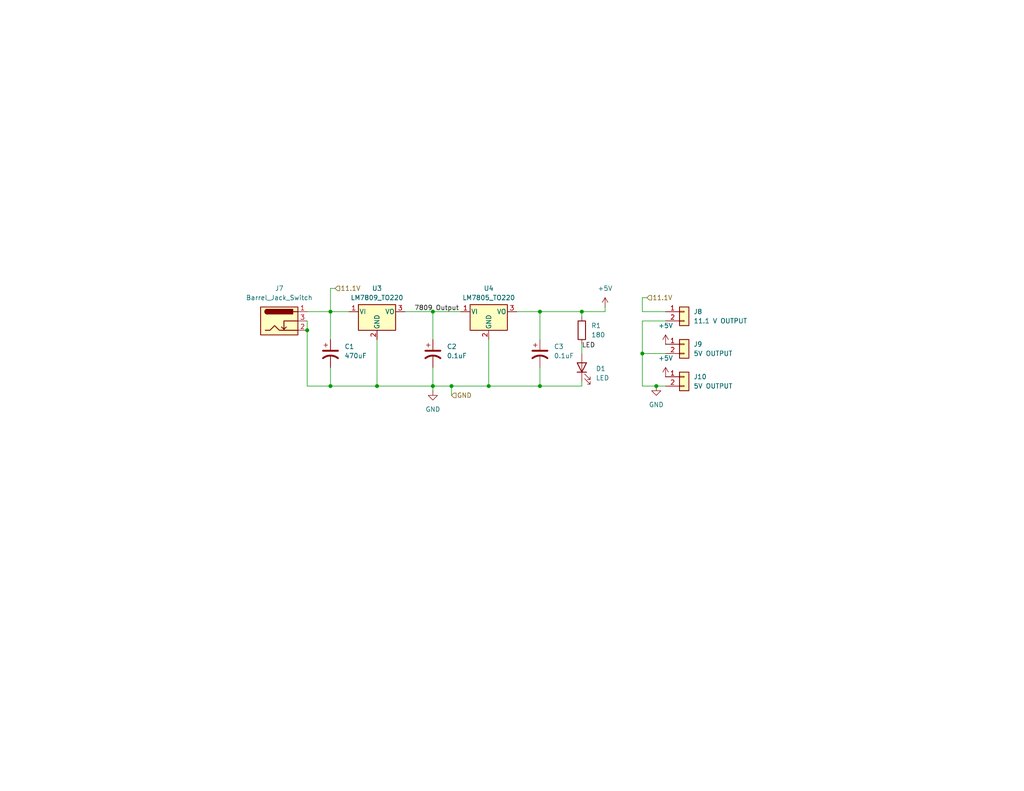
<source format=kicad_sch>
(kicad_sch (version 20250114) (generator "eeschema") (generator_version "9.0")
  (paper "USLetter")
  (title_block (title "Practical Activity #3 Activity #1") (date "2025-07-01") (rev "1.0") (company "Chrys Sean T. Sevilla"))
  (lib_symbols
    (symbol "Connector:Barrel_Jack_Switch" (pin_names (hide yes))
      (property "Reference" "J" (at 0 5.334 0))
      (property "Value" "Barrel_Jack_Switch" (at 0 -5.08 0))
      (symbol "Barrel_Jack_Switch_0_1"
        (rectangle (start -5.08 3.81) (end 5.08 -3.81) (stroke (width 0.254)) (fill (type background)))
        (polyline (pts (xy -3.81 -2.54) (xy -2.54 -2.54) (xy -1.27 -1.27) (xy 0 -2.54) (xy 2.54 -2.54) (xy 5.08 -2.54)) (stroke (width 0.254)))
        (arc (start -3.302 1.905) (mid -3.9343 2.54) (end -3.302 3.175) (stroke (width 0.254)))
        (arc (start -3.302 1.905) (mid -3.9343 2.54) (end -3.302 3.175) (stroke (width 0.254)) (fill (type outline)))
        (polyline (pts (xy 1.27 -2.286) (xy 1.905 -1.651)) (stroke (width 0.254)))
        (rectangle (start 3.683 3.175) (end -3.302 1.905) (stroke (width 0.254)) (fill (type outline)))
        (polyline (pts (xy 5.08 2.54) (xy 3.81 2.54)) (stroke (width 0.254)))
        (polyline (pts (xy 5.08 0) (xy 1.27 0) (xy 1.27 -2.286) (xy 0.635 -1.651)) (stroke (width 0.254)))
      )
      (symbol "Barrel_Jack_Switch_1_1"
        (pin passive line (at 7.62 2.54 180) (length 2.54) (name "~") (number "1"))
        (pin passive line (at 7.62 0 180) (length 2.54) (name "~") (number "3"))
        (pin passive line (at 7.62 -2.54 180) (length 2.54) (name "~") (number "2"))
      )
    )
    (symbol "Connector_Generic:Conn_01x02" (pin_names (offset 1.016) (hide yes))
      (property "Reference" "J" (at 0 2.54 0))
      (property "Value" "Conn_01x02" (at 0 -5.08 0))
      (symbol "Conn_01x02_1_1"
        (rectangle (start -1.27 1.27) (end 1.27 -3.81) (stroke (width 0.254)) (fill (type background)))
        (rectangle (start -1.27 0.127) (end 0 -0.127) (stroke (width 0.1524)))
        (rectangle (start -1.27 -2.413) (end 0 -2.667) (stroke (width 0.1524)))
        (pin passive line (at -5.08 0 0) (length 3.81) (name "Pin_1") (number "1"))
        (pin passive line (at -5.08 -2.54 0) (length 3.81) (name "Pin_2") (number "2"))
      )
    )
    (symbol "Device:C_Polarized_US" (pin_numbers (hide yes)) (pin_names (offset 0.254) (hide yes))
      (property "Reference" "C" (at 0.635 2.54 0))
      (property "Value" "C_Polarized_US" (at 0.635 -2.54 0))
      (symbol "C_Polarized_US_0_1"
        (polyline (pts (xy -2.032 0.762) (xy 2.032 0.762)) (stroke (width 0.508)))
        (polyline (pts (xy -1.778 2.286) (xy -0.762 2.286)))
        (polyline (pts (xy -1.27 1.778) (xy -1.27 2.794)))
        (arc (start -2.032 -1.27) (mid 0 -0.5572) (end 2.032 -1.27) (stroke (width 0.508)))
      )
      (symbol "C_Polarized_US_1_1"
        (pin passive line (at 0 3.81 270) (length 2.794) (name "~") (number "1"))
        (pin passive line (at 0 -3.81 90) (length 3.302) (name "~") (number "2"))
      )
    )
    (symbol "Device:LED" (pin_numbers (hide yes)) (pin_names (offset 1.016) (hide yes))
      (property "Reference" "D" (at 0 2.54 0))
      (property "Value" "LED" (at 0 -2.54 0))
      (symbol "LED_0_1"
        (polyline (pts (xy -3.048 -0.762) (xy -4.572 -2.286) (xy -3.81 -2.286) (xy -4.572 -2.286) (xy -4.572 -1.524)))
        (polyline (pts (xy -1.778 -0.762) (xy -3.302 -2.286) (xy -2.54 -2.286) (xy -3.302 -2.286) (xy -3.302 -1.524)))
        (polyline (pts (xy -1.27 0) (xy 1.27 0)))
        (polyline (pts (xy -1.27 -1.27) (xy -1.27 1.27)) (stroke (width 0.254)))
        (polyline (pts (xy 1.27 -1.27) (xy 1.27 1.27) (xy -1.27 0) (xy 1.27 -1.27)) (stroke (width 0.254)))
      )
      (symbol "LED_1_1"
        (pin passive line (at -3.81 0 0) (length 2.54) (name "K") (number "1"))
        (pin passive line (at 3.81 0 180) (length 2.54) (name "A") (number "2"))
      )
    )
    (symbol "Device:R" (pin_numbers (hide yes)) (pin_names (offset 0))
      (property "Reference" "R" (at 2.032 0 90))
      (property "Value" "R" (at 0 0 90))
      (symbol "R_0_1"
        (rectangle (start -1.016 -2.54) (end 1.016 2.54) (stroke (width 0.254)))
      )
      (symbol "R_1_1"
        (pin passive line (at 0 3.81 270) (length 1.27) (name "~") (number "1"))
        (pin passive line (at 0 -3.81 90) (length 1.27) (name "~") (number "2"))
      )
    )
    (symbol "Regulator_Linear:LM7805_TO220" (pin_names (offset 0.254))
      (property "Reference" "U" (at -3.81 3.175 0))
      (property "Value" "LM7805_TO220" (at 0 3.175 0))
      (symbol "LM7805_TO220_0_1"
        (rectangle (start -5.08 1.905) (end 5.08 -5.08) (stroke (width 0.254)) (fill (type background)))
      )
      (symbol "LM7805_TO220_1_1"
        (pin power_in line (at -7.62 0 0) (length 2.54) (name "VI") (number "1"))
        (pin power_in line (at 0 -7.62 90) (length 2.54) (name "GND") (number "2"))
        (pin power_out line (at 7.62 0 180) (length 2.54) (name "VO") (number "3"))
      )
    )
    (symbol "Regulator_Linear:LM7809_TO220" (pin_names (offset 0.254))
      (property "Reference" "U" (at -3.81 3.175 0))
      (property "Value" "LM7809_TO220" (at 0 3.175 0))
      (symbol "LM7809_TO220_0_1"
        (rectangle (start -5.08 1.905) (end 5.08 -5.08) (stroke (width 0.254)) (fill (type background)))
      )
      (symbol "LM7809_TO220_1_1"
        (pin power_in line (at -7.62 0 0) (length 2.54) (name "VI") (number "1"))
        (pin power_in line (at 0 -7.62 90) (length 2.54) (name "GND") (number "2"))
        (pin power_out line (at 7.62 0 180) (length 2.54) (name "VO") (number "3"))
      )
    )
    (symbol "power:+5V" (power) (pin_numbers (hide yes)) (pin_names (offset 0) (hide yes))
      (property "Value" "+5V" (at 0 3.556 0))
      (symbol "+5V_0_1"
        (polyline (pts (xy -0.762 1.27) (xy 0 2.54)))
        (polyline (pts (xy 0 2.54) (xy 0.762 1.27)))
        (polyline (pts (xy 0 0) (xy 0 2.54)))
      )
      (symbol "+5V_1_1"
        (pin power_in line (at 0 0 90) (length 0) (name "~") (number "1"))
      )
    )
    (symbol "power:GND" (power) (pin_numbers (hide yes)) (pin_names (offset 0) (hide yes))
      (property "Value" "GND" (at 0 -3.81 0))
      (symbol "GND_0_1"
        (polyline (pts (xy 0 0) (xy 0 -1.27) (xy 1.27 -1.27) (xy 0 -2.54) (xy -1.27 -1.27) (xy 0 -1.27)))
      )
      (symbol "GND_1_1"
        (pin power_in line (at 0 0 270) (length 0) (name "~") (number "1"))
      )
    )
  )
  (junction (at 123.19 105.41))
  (junction (at 179.07 105.41))
  (junction (at 147.32 85.09))
  (junction (at 83.82 90.17))
  (junction (at 133.35 105.41))
  (junction (at 118.11 105.41))
  (junction (at 118.11 85.09))
  (junction (at 158.75 85.09))
  (junction (at 90.17 105.41))
  (junction (at 175.26 96.52))
  (junction (at 147.32 105.41))
  (junction (at 90.17 85.09))
  (junction (at 102.87 105.41))
  (wire (pts (xy 118.11 85.09) (xy 125.73 85.09)))
  (wire (pts (xy 165.1 85.09) (xy 158.75 85.09)))
  (wire (pts (xy 118.11 100.33) (xy 118.11 105.41)))
  (wire (pts (xy 90.17 85.09) (xy 95.25 85.09)))
  (wire (pts (xy 175.26 96.52) (xy 175.26 105.41)))
  (wire (pts (xy 179.07 105.41) (xy 181.61 105.41)))
  (wire (pts (xy 175.26 81.28) (xy 175.26 85.09)))
  (wire (pts (xy 83.82 90.17) (xy 83.82 105.41)))
  (wire (pts (xy 175.26 85.09) (xy 181.61 85.09)))
  (wire (pts (xy 165.1 83.82) (xy 165.1 85.09)))
  (wire (pts (xy 175.26 105.41) (xy 179.07 105.41)))
  (wire (pts (xy 90.17 100.33) (xy 90.17 105.41)))
  (wire (pts (xy 158.75 104.14) (xy 158.75 105.41)))
  (wire (pts (xy 90.17 105.41) (xy 102.87 105.41)))
  (wire (pts (xy 110.49 85.09) (xy 118.11 85.09)))
  (wire (pts (xy 102.87 105.41) (xy 118.11 105.41)))
  (wire (pts (xy 181.61 87.63) (xy 175.26 87.63)))
  (wire (pts (xy 83.82 85.09) (xy 90.17 85.09)))
  (wire (pts (xy 175.26 87.63) (xy 175.26 96.52)))
  (wire (pts (xy 123.19 105.41) (xy 133.35 105.41)))
  (wire (pts (xy 118.11 85.09) (xy 118.11 92.71)))
  (wire (pts (xy 147.32 85.09) (xy 140.97 85.09)))
  (wire (pts (xy 176.53 81.28) (xy 175.26 81.28)))
  (wire (pts (xy 118.11 105.41) (xy 123.19 105.41)))
  (wire (pts (xy 83.82 87.63) (xy 83.82 90.17)))
  (wire (pts (xy 147.32 100.33) (xy 147.32 105.41)))
  (wire (pts (xy 123.19 105.41) (xy 123.19 107.95)))
  (wire (pts (xy 158.75 93.98) (xy 158.75 96.52)))
  (wire (pts (xy 118.11 105.41) (xy 118.11 106.68)))
  (wire (pts (xy 133.35 92.71) (xy 133.35 105.41)))
  (wire (pts (xy 91.44 78.74) (xy 90.17 78.74)))
  (wire (pts (xy 102.87 92.71) (xy 102.87 105.41)))
  (wire (pts (xy 147.32 92.71) (xy 147.32 85.09)))
  (wire (pts (xy 175.26 96.52) (xy 181.61 96.52)))
  (wire (pts (xy 90.17 92.71) (xy 90.17 85.09)))
  (wire (pts (xy 83.82 105.41) (xy 90.17 105.41)))
  (wire (pts (xy 147.32 105.41) (xy 158.75 105.41)))
  (wire (pts (xy 158.75 86.36) (xy 158.75 85.09)))
  (wire (pts (xy 147.32 105.41) (xy 133.35 105.41)))
  (wire (pts (xy 90.17 78.74) (xy 90.17 85.09)))
  (wire (pts (xy 147.32 85.09) (xy 158.75 85.09)))
  (label "LED" (at 158.75 95.25 0))
  (label "7809 Output" (at 113.03 85.09 0))
  (hierarchical_label "11.1V" (shape input) (at 91.44 78.74 0))
  (hierarchical_label "11.1V" (shape input) (at 176.53 81.28 0))
  (hierarchical_label "GND" (shape input) (at 123.19 107.95 0))
  (symbol (lib_id "Connector_Generic:Conn_01x02") (at 186.69 85.09 0) (unit 1)
    (property "Reference" "J8" (at 189.23 85.0899 0) (effects (justify left)))
    (property "Value" "11.1 V OUTPUT" (at 189.23 87.6299 0) (effects (justify left)))
    (property "Footprint" "Connector_PinSocket_2.54mm:PinSocket_1x02_P2.54mm_Vertical" (effects (hide yes)))
    (property "Description" "Generic connector, single row, 01x02, script generated (kicad-library-utils/schlib/autogen/connector/)" (effects (hide yes)))
  )
  (symbol (lib_id "power:+5V") (at 181.61 102.87 0) (unit 1)
    (property "Reference" "#PWR025" (effects (hide yes)))
    (property "Value" "+5V" (at 181.61 97.79 0))
    (property "Description" "Power symbol creates a global label with name \"+5V\"" (effects (hide yes)))
  )
  (symbol (lib_id "power:GND") (at 118.11 106.68 0) (unit 1)
    (property "Reference" "#PWR020" (effects (hide yes)))
    (property "Value" "GND" (at 118.11 111.76 0))
    (property "Description" "Power symbol creates a global label with name \"GND\" , ground" (effects (hide yes)))
  )
  (symbol (lib_id "Connector:Barrel_Jack_Switch") (at 76.2 87.63 0) (unit 1)
    (property "Reference" "J7" (at 76.2 78.74 0))
    (property "Value" "Barrel_Jack_Switch" (at 76.2 81.28 0))
    (property "Footprint" "Connector_BarrelJack:BarrelJack_Horizontal" (effects (hide yes)))
    (property "Description" "DC Barrel Jack with an internal switch" (effects (hide yes)))
  )
  (symbol (lib_id "Regulator_Linear:LM7805_TO220") (at 133.35 85.09 0) (unit 1)
    (property "Reference" "U4" (at 133.35 78.74 0))
    (property "Value" "LM7805_TO220" (at 133.35 81.28 0))
    (property "Footprint" "Package_TO_SOT_THT:TO-220-3_Vertical" (effects (hide yes)))
    (property "Datasheet" "https://www.onsemi.cn/PowerSolutions/document/MC7800-D.PDF" (effects (hide yes)))
    (property "Description" "Positive 1A 35V Linear Regulator, Fixed Output 5V, TO-220" (effects (hide yes)))
  )
  (symbol (lib_id "power:GND") (at 179.07 105.41 0) (unit 1)
    (property "Reference" "#PWR022" (effects (hide yes)))
    (property "Value" "GND" (at 179.07 110.49 0))
    (property "Description" "Power symbol creates a global label with name \"GND\" , ground" (effects (hide yes)))
  )
  (symbol (lib_id "Device:LED") (at 158.75 100.33 90) (unit 1)
    (property "Reference" "D1" (at 162.56 100.6474 90) (effects (justify right)))
    (property "Value" "LED" (at 162.56 103.1874 90) (effects (justify right)))
    (property "Footprint" "LED_THT:LED_D3.0mm" (effects (hide yes)))
    (property "Description" "Light emitting diode" (effects (hide yes)))
    (property "Sim.Pins" "1=K 2=A" (effects (hide yes)))
  )
  (symbol (lib_id "power:+5V") (at 181.61 93.98 0) (unit 1)
    (property "Reference" "#PWR024" (effects (hide yes)))
    (property "Value" "+5V" (at 181.61 88.9 0))
    (property "Description" "Power symbol creates a global label with name \"+5V\"" (effects (hide yes)))
  )
  (symbol (lib_id "Device:R") (at 158.75 90.17 0) (unit 1)
    (property "Reference" "R1" (at 161.29 88.8999 0) (effects (justify left)))
    (property "Value" "180" (at 161.29 91.4399 0) (effects (justify left)))
    (property "Footprint" "Resistor_THT:R_Axial_DIN0204_L3.6mm_D1.6mm_P5.08mm_Horizontal" (effects (hide yes)))
    (property "Description" "Resistor" (effects (hide yes)))
  )
  (symbol (lib_id "Device:C_Polarized_US") (at 147.32 96.52 0) (unit 1)
    (property "Reference" "C3" (at 151.13 94.6149 0) (effects (justify left)))
    (property "Value" "0.1uF" (at 151.13 97.1549 0) (effects (justify left)))
    (property "Footprint" "Capacitor_THT:CP_Axial_L10.0mm_D4.5mm_P15.00mm_Horizontal" (effects (hide yes)))
    (property "Description" "Polarized capacitor, US symbol" (effects (hide yes)))
  )
  (symbol (lib_id "Device:C_Polarized_US") (at 90.17 96.52 0) (unit 1)
    (property "Reference" "C1" (at 93.98 94.6149 0) (effects (justify left)))
    (property "Value" "470uF" (at 93.98 97.1549 0) (effects (justify left)))
    (property "Footprint" "Capacitor_THT:CP_Axial_L10.0mm_D4.5mm_P15.00mm_Horizontal" (effects (hide yes)))
    (property "Description" "Polarized capacitor, US symbol" (effects (hide yes)))
  )
  (symbol (lib_id "Connector_Generic:Conn_01x02") (at 186.69 93.98 0) (unit 1)
    (property "Reference" "J9" (at 189.23 93.9799 0) (effects (justify left)))
    (property "Value" "5V OUTPUT" (at 189.23 96.5199 0) (effects (justify left)))
    (property "Footprint" "Connector_PinSocket_2.54mm:PinSocket_1x02_P2.54mm_Vertical" (effects (hide yes)))
    (property "Description" "Generic connector, single row, 01x02, script generated (kicad-library-utils/schlib/autogen/connector/)" (effects (hide yes)))
  )
  (symbol (lib_id "power:+5V") (at 165.1 83.82 0) (unit 1)
    (property "Reference" "#PWR021" (effects (hide yes)))
    (property "Value" "+5V" (at 165.1 78.74 0))
    (property "Description" "Power symbol creates a global label with name \"+5V\"" (effects (hide yes)))
  )
  (symbol (lib_id "Device:C_Polarized_US") (at 118.11 96.52 0) (unit 1)
    (property "Reference" "C2" (at 121.92 94.6149 0) (effects (justify left)))
    (property "Value" "0.1uF" (at 121.92 97.1549 0) (effects (justify left)))
    (property "Footprint" "Capacitor_THT:CP_Axial_L10.0mm_D4.5mm_P15.00mm_Horizontal" (effects (hide yes)))
    (property "Description" "Polarized capacitor, US symbol" (effects (hide yes)))
  )
  (symbol (lib_id "Regulator_Linear:LM7809_TO220") (at 102.87 85.09 0) (unit 1)
    (property "Reference" "U3" (at 102.87 78.74 0))
    (property "Value" "LM7809_TO220" (at 102.87 81.28 0))
    (property "Footprint" "Package_TO_SOT_THT:TO-220-3_Vertical" (effects (hide yes)))
    (property "Datasheet" "https://www.onsemi.cn/PowerSolutions/document/MC7800-D.PDF" (effects (hide yes)))
    (property "Description" "Positive 1A 35V Linear Regulator, Fixed Output 9V, TO-220" (effects (hide yes)))
  )
  (symbol (lib_id "Connector_Generic:Conn_01x02") (at 186.69 102.87 0) (unit 1)
    (property "Reference" "J10" (at 189.23 102.8699 0) (effects (justify left)))
    (property "Value" "5V OUTPUT" (at 189.23 105.4099 0) (effects (justify left)))
    (property "Footprint" "Connector_PinSocket_2.54mm:PinSocket_1x02_P2.54mm_Vertical" (effects (hide yes)))
    (property "Description" "Generic connector, single row, 01x02, script generated (kicad-library-utils/schlib/autogen/connector/)" (effects (hide yes)))
  )
)
</source>
